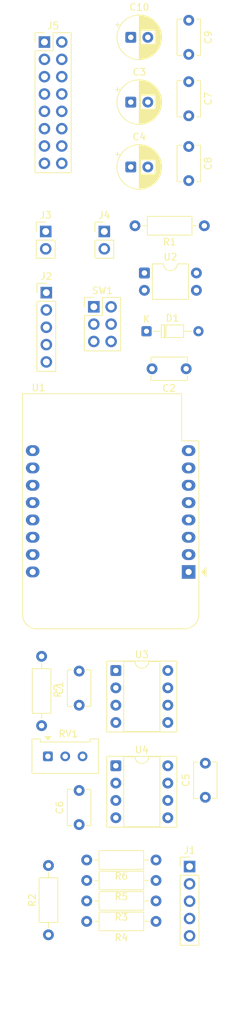
<source format=kicad_pcb>
(kicad_pcb (version 20241229) (generator "pcbnew") (generator_version "9.0")
  (layers (0 "F.Cu" signal) (2 "B.Cu" signal) (13 "F.Paste" user) (15 "B.Paste" user) (5 "F.SilkS" user "F.Silkscreen") (7 "B.SilkS" user "B.Silkscreen") (1 "F.Mask" user) (3 "B.Mask" user) (25 "Edge.Cuts" user))
  (net 0 "")
  (net 1 "+5V")
  (net 2 "GND")
  (net 3 "+12V")
  (net 4 "-12V")
  (net 5 "Net-(C5-Pad1)")
  (net 6 "Net-(D1-K)")
  (net 7 "Net-(D1-A)")
  (net 8 "GATE OUT")
  (net 9 "CLOCK OUT")
  (net 10 "VELOCITY OUT")
  (net 11 "NOTE OUT")
  (net 13 "MIDI DIN POS")
  (net 15 "MIDI DIN NEG")
  (net 16 "MIDI THRU POS")
  (net 17 "MIDI THRU NEG")
  (net 20 "Net-(R1-Pad2)")
  (net 21 "Net-(U1-RX)")
  (net 22 "Net-(U1-D0)")
  (net 23 "Net-(U1-SCL{slash}D1)")
  (net 24 "Net-(U4B--)")
  (net 25 "Net-(R6-Pad2)")
  (net 26 "Net-(U4A--)")
  (net 31 "Net-(U1-SDA{slash}D2)")
  (net 35 "Net-(U1-SCK{slash}D5)")
  (net 37 "Net-(U1-MOSI{slash}D7)")
  (net 38 "Net-(U3-VA)")
  (net 39 "Net-(U3-VB)")
  (footprint "Capacitor_THT:C_Disc_D5.1mm_W3.2mm_P5.00mm" (layer "F.Cu") (at 60.81 148.31 90)
    (property "Reference" "C6" (at 2.5 -2.85 90) (layer "F.SilkS"))
    (property "Value" "100nF")
    (pad "1" thru_hole circle (at 0 0 90) (size 1.6 1.6) (drill 0.8) (layers "*.Cu" "*.Mask") (net 4 "-12V"))
    (pad "2" thru_hole circle (at 5 0 90) (size 1.6 1.6) (drill 0.8) (layers "*.Cu" "*.Mask") (net 5 "Net-(C5-Pad1)"))
  )
  (footprint "Resistor_THT:R_Axial_DIN0207_L6.3mm_D2.5mm_P10.16mm_Horizontal" (layer "F.Cu") (at 55.31 123.65 -90)
    (property "Reference" "R7" (at 5.08 -2.37 90) (layer "F.SilkS"))
    (property "Value" "10k")
    (pad "1" thru_hole circle (at 0 0 270) (size 1.6 1.6) (drill 0.8) (layers "*.Cu" "*.Mask") (net 2 "GND"))
    (pad "2" thru_hole circle (at 10.16 0 270) (size 1.6 1.6) (drill 0.8) (layers "*.Cu" "*.Mask") (net 26 "Net-(U4A--)"))
  )
  (footprint "Package_DIP:DIP-8_W7.62mm_Socket" (layer "F.Cu") (at 66.19 139.69)
    (property "Reference" "U4" (at 3.81 -2.33 0) (layer "F.SilkS"))
    (property "Value" "TL072")
    (pad "1" thru_hole roundrect (at 0 0) (size 1.6 1.6) (drill 0.8) (layers "*.Cu" "*.Mask") (roundrect_rratio 0.15625) (net 25 "Net-(R6-Pad2)"))
    (pad "2" thru_hole circle (at 0 2.54) (size 1.6 1.6) (drill 0.8) (layers "*.Cu" "*.Mask") (net 26 "Net-(U4A--)"))
    (pad "3" thru_hole circle (at 0 5.08) (size 1.6 1.6) (drill 0.8) (layers "*.Cu" "*.Mask") (net 38 "Net-(U3-VA)"))
    (pad "4" thru_hole circle (at 0 7.62) (size 1.6 1.6) (drill 0.8) (layers "*.Cu" "*.Mask") (net 4 "-12V"))
    (pad "5" thru_hole circle (at 7.62 7.62) (size 1.6 1.6) (drill 0.8) (layers "*.Cu" "*.Mask") (net 39 "Net-(U3-VB)"))
    (pad "6" thru_hole circle (at 7.62 5.08) (size 1.6 1.6) (drill 0.8) (layers "*.Cu" "*.Mask") (net 24 "Net-(U4B--)"))
    (pad "7" thru_hole circle (at 7.62 2.54) (size 1.6 1.6) (drill 0.8) (layers "*.Cu" "*.Mask") (net 24 "Net-(U4B--)"))
    (pad "8" thru_hole circle (at 7.62 0) (size 1.6 1.6) (drill 0.8) (layers "*.Cu" "*.Mask") (net 3 "+12V"))
  )
  (footprint "Connector_PinHeader_2.54mm:PinHeader_1x05_P2.54mm_Vertical" (layer "F.Cu") (at 77 154.46)
    (property "Reference" "J1" (at 0 -2.38 0) (layer "F.SilkS"))
    (property "Value" "OUTPUTS")
    (pad "1" thru_hole rect (at 0 0) (size 1.7 1.7) (drill 1) (layers "*.Cu" "*.Mask") (net 11 "NOTE OUT"))
    (pad "2" thru_hole circle (at 0 2.54) (size 1.7 1.7) (drill 1) (layers "*.Cu" "*.Mask") (net 10 "VELOCITY OUT"))
    (pad "3" thru_hole circle (at 0 5.08) (size 1.7 1.7) (drill 1) (layers "*.Cu" "*.Mask") (net 8 "GATE OUT"))
    (pad "4" thru_hole circle (at 0 7.62) (size 1.7 1.7) (drill 1) (layers "*.Cu" "*.Mask") (net 9 "CLOCK OUT"))
    (pad "5" thru_hole circle (at 0 10.16) (size 1.7 1.7) (drill 1) (layers "*.Cu" "*.Mask") (net 2 "GND"))
  )
  (footprint "Capacitor_THT:CP_Radial_D6.3mm_P2.50mm" (layer "F.Cu") (at 68.38 32.92)
    (property "Reference" "C10" (at 1.25 -4.4 0) (layer "F.SilkS"))
    (property "Value" "47uF")
    (pad "1" thru_hole roundrect (at 0 0) (size 1.6 1.6) (drill 0.8) (layers "*.Cu" "*.Mask") (roundrect_rratio 0.15625) (net 1 "+5V"))
    (pad "2" thru_hole circle (at 2.5 0) (size 1.6 1.6) (drill 0.8) (layers "*.Cu" "*.Mask") (net 2 "GND"))
  )
  (footprint "Resistor_THT:R_Axial_DIN0207_L6.3mm_D2.5mm_P10.16mm_Horizontal" (layer "F.Cu") (at 72.08 159.5 180)
    (property "Reference" "R3" (at 5.08 -2.37 0) (layer "F.SilkS"))
    (property "Value" "1k")
    (pad "1" thru_hole circle (at 0 0 180) (size 1.6 1.6) (drill 0.8) (layers "*.Cu" "*.Mask") (net 8 "GATE OUT"))
    (pad "2" thru_hole circle (at 10.16 0 180) (size 1.6 1.6) (drill 0.8) (layers "*.Cu" "*.Mask") (net 22 "Net-(U1-D0)"))
  )
  (footprint "Diode_THT:D_DO-34_SOD68_P7.62mm_Horizontal" (layer "F.Cu") (at 70.685 76)
    (property "Reference" "D1" (at 3.81 -1.92 0) (layer "F.SilkS"))
    (property "Value" "1N4148")
    (fp_text user "K" (at 0 -1.75 0) (layer "F.SilkS"))
    (pad "1" thru_hole roundrect (at 0 0) (size 1.5 1.5) (drill 0.75) (layers "*.Cu" "*.Mask") (roundrect_rratio 0.166667) (net 6 "Net-(D1-K)"))
    (pad "2" thru_hole circle (at 7.62 0) (size 1.5 1.5) (drill 0.75) (layers "*.Cu" "*.Mask") (net 7 "Net-(D1-A)"))
  )
  (footprint "Capacitor_THT:C_Disc_D5.1mm_W3.2mm_P5.00mm" (layer "F.Cu") (at 76.88 39.42 -90)
    (property "Reference" "C7" (at 2.5 -2.85 90) (layer "F.SilkS"))
    (property "Value" "100nF")
    (pad "1" thru_hole circle (at 0 0 270) (size 1.6 1.6) (drill 0.8) (layers "*.Cu" "*.Mask") (net 2 "GND"))
    (pad "2" thru_hole circle (at 5 0 270) (size 1.6 1.6) (drill 0.8) (layers "*.Cu" "*.Mask") (net 3 "+12V"))
  )
  (footprint "Resistor_THT:R_Axial_DIN0207_L6.3mm_D2.5mm_P10.16mm_Horizontal" (layer "F.Cu") (at 72.08 162.5 180)
    (property "Reference" "R4" (at 5.08 -2.37 0) (layer "F.SilkS"))
    (property "Value" "1k")
    (pad "1" thru_hole circle (at 0 0 180) (size 1.6 1.6) (drill 0.8) (layers "*.Cu" "*.Mask") (net 9 "CLOCK OUT"))
    (pad "2" thru_hole circle (at 10.16 0 180) (size 1.6 1.6) (drill 0.8) (layers "*.Cu" "*.Mask") (net 23 "Net-(U1-SCL{slash}D1)"))
  )
  (footprint "Capacitor_THT:C_Disc_D5.1mm_W3.2mm_P5.00mm" (layer "F.Cu") (at 79.31 144.31 90)
    (property "Reference" "C5" (at 2.5 -2.85 90) (layer "F.SilkS"))
    (property "Value" "100nF")
    (pad "1" thru_hole circle (at 0 0 90) (size 1.6 1.6) (drill 0.8) (layers "*.Cu" "*.Mask") (net 5 "Net-(C5-Pad1)"))
    (pad "2" thru_hole circle (at 5 0 90) (size 1.6 1.6) (drill 0.8) (layers "*.Cu" "*.Mask") (net 3 "+12V"))
  )
  (footprint "Resistor_THT:R_Axial_DIN0207_L6.3mm_D2.5mm_P10.16mm_Horizontal" (layer "F.Cu") (at 72.08 156.5 180)
    (property "Reference" "R5" (at 5.08 -2.37 0) (layer "F.SilkS"))
    (property "Value" "1k")
    (pad "1" thru_hole circle (at 0 0 180) (size 1.6 1.6) (drill 0.8) (layers "*.Cu" "*.Mask") (net 10 "VELOCITY OUT"))
    (pad "2" thru_hole circle (at 10.16 0 180) (size 1.6 1.6) (drill 0.8) (layers "*.Cu" "*.Mask") (net 24 "Net-(U4B--)"))
  )
  (footprint "Capacitor_THT:CP_Radial_D6.3mm_P2.50mm" (layer "F.Cu") (at 68.38 51.92)
    (property "Reference" "C4" (at 1.25 -4.4 0) (layer "F.SilkS"))
    (property "Value" "47uF")
    (pad "1" thru_hole roundrect (at 0 0) (size 1.6 1.6) (drill 0.8) (layers "*.Cu" "*.Mask") (roundrect_rratio 0.15625) (net 2 "GND"))
    (pad "2" thru_hole circle (at 2.5 0) (size 1.6 1.6) (drill 0.8) (layers "*.Cu" "*.Mask") (net 4 "-12V"))
  )
  (footprint "Connector_PinHeader_2.54mm:PinHeader_2x08_P2.54mm_Vertical" (layer "F.Cu") (at 55.725 33.61)
    (property "Reference" "J5" (at 1.27 -2.38 0) (layer "F.SilkS"))
    (property "Value" "EURORACK")
    (pad "1" thru_hole rect (at 0 0) (size 1.7 1.7) (drill 1) (layers "*.Cu" "*.Mask"))
    (pad "2" thru_hole circle (at 2.54 0) (size 1.7 1.7) (drill 1) (layers "*.Cu" "*.Mask"))
    (pad "3" thru_hole circle (at 0 2.54) (size 1.7 1.7) (drill 1) (layers "*.Cu" "*.Mask"))
    (pad "4" thru_hole circle (at 2.54 2.54) (size 1.7 1.7) (drill 1) (layers "*.Cu" "*.Mask"))
    (pad "5" thru_hole circle (at 0 5.08) (size 1.7 1.7) (drill 1) (layers "*.Cu" "*.Mask") (net 1 "+5V"))
    (pad "6" thru_hole circle (at 2.54 5.08) (size 1.7 1.7) (drill 1) (layers "*.Cu" "*.Mask") (net 1 "+5V"))
    (pad "7" thru_hole circle (at 0 7.62) (size 1.7 1.7) (drill 1) (layers "*.Cu" "*.Mask") (net 3 "+12V"))
    (pad "8" thru_hole circle (at 2.54 7.62) (size 1.7 1.7) (drill 1) (layers "*.Cu" "*.Mask") (net 3 "+12V"))
    (pad "9" thru_hole circle (at 0 10.16) (size 1.7 1.7) (drill 1) (layers "*.Cu" "*.Mask") (net 2 "GND"))
    (pad "10" thru_hole circle (at 2.54 10.16) (size 1.7 1.7) (drill 1) (layers "*.Cu" "*.Mask") (net 2 "GND"))
    (pad "11" thru_hole circle (at 0 12.7) (size 1.7 1.7) (drill 1) (layers "*.Cu" "*.Mask") (net 2 "GND"))
    (pad "12" thru_hole circle (at 2.54 12.7) (size 1.7 1.7) (drill 1) (layers "*.Cu" "*.Mask") (net 2 "GND"))
    (pad "13" thru_hole circle (at 0 15.24) (size 1.7 1.7) (drill 1) (layers "*.Cu" "*.Mask") (net 2 "GND"))
    (pad "14" thru_hole circle (at 2.54 15.24) (size 1.7 1.7) (drill 1) (layers "*.Cu" "*.Mask") (net 2 "GND"))
    (pad "15" thru_hole circle (at 0 17.78) (size 1.7 1.7) (drill 1) (layers "*.Cu" "*.Mask") (net 4 "-12V"))
    (pad "16" thru_hole circle (at 2.54 17.78) (size 1.7 1.7) (drill 1) (layers "*.Cu" "*.Mask") (net 4 "-12V"))
  )
  (footprint "Capacitor_THT:C_Disc_D5.1mm_W3.2mm_P5.00mm" (layer "F.Cu") (at 76.88 48.92 -90)
    (property "Reference" "C8" (at 2.5 -2.85 90) (layer "F.SilkS"))
    (property "Value" "100nF")
    (pad "1" thru_hole circle (at 0 0 270) (size 1.6 1.6) (drill 0.8) (layers "*.Cu" "*.Mask") (net 4 "-12V"))
    (pad "2" thru_hole circle (at 5 0 270) (size 1.6 1.6) (drill 0.8) (layers "*.Cu" "*.Mask") (net 2 "GND"))
  )
  (footprint "Resistor_THT:R_Axial_DIN0207_L6.3mm_D2.5mm_P10.16mm_Horizontal" (layer "F.Cu") (at 56.31 164.47 90)
    (property "Reference" "R2" (at 5.08 -2.37 90) (layer "F.SilkS"))
    (property "Value" "R560")
    (pad "1" thru_hole circle (at 0 0 90) (size 1.6 1.6) (drill 0.8) (layers "*.Cu" "*.Mask") (net 21 "Net-(U1-RX)"))
    (pad "2" thru_hole circle (at 10.16 0 90) (size 1.6 1.6) (drill 0.8) (layers "*.Cu" "*.Mask") (net 1 "+5V"))
  )
  (footprint "Package_DIP:DIP-4_W7.62mm" (layer "F.Cu") (at 70.38 67.46)
    (property "Reference" "U2" (at 3.81 -2.33 0) (layer "F.SilkS"))
    (property "Value" "PC817")
    (pad "1" thru_hole roundrect (at 0 0) (size 1.6 1.6) (drill 0.8) (layers "*.Cu" "*.Mask") (roundrect_rratio 0.15625) (net 6 "Net-(D1-K)"))
    (pad "2" thru_hole circle (at 0 2.54) (size 1.6 1.6) (drill 0.8) (layers "*.Cu" "*.Mask") (net 7 "Net-(D1-A)"))
    (pad "3" thru_hole circle (at 7.62 2.54) (size 1.6 1.6) (drill 0.8) (layers "*.Cu" "*.Mask") (net 2 "GND"))
    (pad "4" thru_hole circle (at 7.62 0) (size 1.6 1.6) (drill 0.8) (layers "*.Cu" "*.Mask") (net 21 "Net-(U1-RX)"))
  )
  (footprint "Capacitor_THT:C_Disc_D5.1mm_W3.2mm_P5.00mm" (layer "F.Cu") (at 76.88 30.42 -90)
    (property "Reference" "C9" (at 2.5 -2.85 90) (layer "F.SilkS"))
    (property "Value" "100nF")
    (pad "1" thru_hole circle (at 0 0 270) (size 1.6 1.6) (drill 0.8) (layers "*.Cu" "*.Mask") (net 2 "GND"))
    (pad "2" thru_hole circle (at 5 0 270) (size 1.6 1.6) (drill 0.8) (layers "*.Cu" "*.Mask") (net 1 "+5V"))
  )
  (footprint "Connector_PinHeader_2.54mm:PinHeader_1x02_P2.54mm_Vertical" (layer "F.Cu") (at 55.91 61.38)
    (property "Reference" "J3" (at 0 -2.38 0) (layer "F.SilkS"))
    (property "Value" "MIDI Thru Out")
    (pad "1" thru_hole rect (at 0 0) (size 1.7 1.7) (drill 1) (layers "*.Cu" "*.Mask") (net 16 "MIDI THRU POS"))
    (pad "2" thru_hole circle (at 0 2.54) (size 1.7 1.7) (drill 1) (layers "*.Cu" "*.Mask") (net 17 "MIDI THRU NEG"))
  )
  (footprint "Resistor_THT:R_Axial_DIN0207_L6.3mm_D2.5mm_P10.16mm_Horizontal" (layer "F.Cu") (at 72.08 153.5 180)
    (property "Reference" "R6" (at 5.08 -2.37 0) (layer "F.SilkS"))
    (property "Value" "1k")
    (pad "1" thru_hole circle (at 0 0 180) (size 1.6 1.6) (drill 0.8) (layers "*.Cu" "*.Mask") (net 11 "NOTE OUT"))
    (pad "2" thru_hole circle (at 10.16 0 180) (size 1.6 1.6) (drill 0.8) (layers "*.Cu" "*.Mask") (net 25 "Net-(R6-Pad2)"))
  )
  (footprint "Capacitor_THT:C_Disc_D5.1mm_W3.2mm_P5.00mm" (layer "F.Cu") (at 60.81 130.81 90)
    (property "Reference" "C1" (at 2.5 -2.85 90) (layer "F.SilkS"))
    (property "Value" "100nF")
    (pad "1" thru_hole circle (at 0 0 90) (size 1.6 1.6) (drill 0.8) (layers "*.Cu" "*.Mask") (net 2 "GND"))
    (pad "2" thru_hole circle (at 5 0 90) (size 1.6 1.6) (drill 0.8) (layers "*.Cu" "*.Mask") (net 1 "+5V"))
  )
  (footprint "Capacitor_THT:C_Disc_D5.1mm_W3.2mm_P5.00mm" (layer "F.Cu") (at 76.5 81.5 180)
    (property "Reference" "C2" (at 2.5 -2.85 0) (layer "F.SilkS"))
    (property "Value" "100nF")
    (pad "1" thru_hole circle (at 0 0 180) (size 1.6 1.6) (drill 0.8) (layers "*.Cu" "*.Mask") (net 2 "GND"))
    (pad "2" thru_hole circle (at 5 0 180) (size 1.6 1.6) (drill 0.8) (layers "*.Cu" "*.Mask") (net 1 "+5V"))
  )
  (footprint "Connector_PinHeader_2.54mm:PinHeader_2x03_P2.54mm_Vertical" (layer "F.Cu") (at 62.96 72.42)
    (property "Reference" "SW1" (at 1.27 -2.38 0) (layer "F.SilkS"))
    (property "Value" "MIDI SOURCE")
    (pad "1" thru_hole rect (at 0 0) (size 1.7 1.7) (drill 1) (layers "*.Cu" "*.Mask") (net 13 "MIDI DIN POS"))
    (pad "2" thru_hole circle (at 2.54 0) (size 1.7 1.7) (drill 1) (layers "*.Cu" "*.Mask") (net 20 "Net-(R1-Pad2)"))
    (pad "3" thru_hole circle (at 0 2.54) (size 1.7 1.7) (drill 1) (layers "*.Cu" "*.Mask") (net 16 "MIDI THRU POS"))
    (pad "4" thru_hole circle (at 2.54 2.54) (size 1.7 1.7) (drill 1) (layers "*.Cu" "*.Mask") (net 15 "MIDI DIN NEG"))
    (pad "5" thru_hole circle (at 0 5.08) (size 1.7 1.7) (drill 1) (layers "*.Cu" "*.Mask") (net 7 "Net-(D1-A)"))
    (pad "6" thru_hole circle (at 2.54 5.08) (size 1.7 1.7) (drill 1) (layers "*.Cu" "*.Mask") (net 17 "MIDI THRU NEG"))
  )
  (footprint "Connector_PinHeader_2.54mm:PinHeader_1x05_P2.54mm_Vertical" (layer "F.Cu") (at 56 70.34)
    (property "Reference" "J2" (at 0 -2.38 0) (layer "F.SilkS"))
    (property "Value" "DIN-5_180degree")
    (pad "1" thru_hole rect (at 0 0) (size 1.7 1.7) (drill 1) (layers "*.Cu" "*.Mask"))
    (pad "2" thru_hole circle (at 0 2.54) (size 1.7 1.7) (drill 1) (layers "*.Cu" "*.Mask") (net 2 "GND"))
    (pad "3" thru_hole circle (at 0 5.08) (size 1.7 1.7) (drill 1) (layers "*.Cu" "*.Mask"))
    (pad "4" thru_hole circle (at 0 7.62) (size 1.7 1.7) (drill 1) (layers "*.Cu" "*.Mask") (net 13 "MIDI DIN POS"))
    (pad "5" thru_hole circle (at 0 10.16) (size 1.7 1.7) (drill 1) (layers "*.Cu" "*.Mask") (net 15 "MIDI DIN NEG"))
  )
  (footprint "Capacitor_THT:CP_Radial_D6.3mm_P2.50mm" (layer "F.Cu") (at 68.38 42.42)
    (property "Reference" "C3" (at 1.25 -4.4 0) (layer "F.SilkS"))
    (property "Value" "47uF")
    (pad "1" thru_hole roundrect (at 0 0) (size 1.6 1.6) (drill 0.8) (layers "*.Cu" "*.Mask") (roundrect_rratio 0.15625) (net 3 "+12V"))
    (pad "2" thru_hole circle (at 2.5 0) (size 1.6 1.6) (drill 0.8) (layers "*.Cu" "*.Mask") (net 2 "GND"))
  )
  (footprint "Package_DIP:DIP-8_W7.62mm_Socket" (layer "F.Cu") (at 66.19 125.73)
    (property "Reference" "U3" (at 3.81 -2.33 0) (layer "F.SilkS"))
    (property "Value" "MCP4822")
    (pad "1" thru_hole roundrect (at 0 0) (size 1.6 1.6) (drill 0.8) (layers "*.Cu" "*.Mask") (roundrect_rratio 0.15625) (net 1 "+5V"))
    (pad "2" thru_hole circle (at 0 2.54) (size 1.6 1.6) (drill 0.8) (layers "*.Cu" "*.Mask") (net 31 "Net-(U1-SDA{slash}D2)"))
    (pad "3" thru_hole circle (at 0 5.08) (size 1.6 1.6) (drill 0.8) (layers "*.Cu" "*.Mask") (net 35 "Net-(U1-SCK{slash}D5)"))
    (pad "4" thru_hole circle (at 0 7.62) (size 1.6 1.6) (drill 0.8) (layers "*.Cu" "*.Mask") (net 37 "Net-(U1-MOSI{slash}D7)"))
    (pad "5" thru_hole circle (at 7.62 7.62) (size 1.6 1.6) (drill 0.8) (layers "*.Cu" "*.Mask") (net 2 "GND"))
    (pad "6" thru_hole circle (at 7.62 5.08) (size 1.6 1.6) (drill 0.8) (layers "*.Cu" "*.Mask") (net 39 "Net-(U3-VB)"))
    (pad "7" thru_hole circle (at 7.62 2.54) (size 1.6 1.6) (drill 0.8) (layers "*.Cu" "*.Mask") (net 2 "GND"))
    (pad "8" thru_hole circle (at 7.62 0) (size 1.6 1.6) (drill 0.8) (layers "*.Cu" "*.Mask") (net 38 "Net-(U3-VA)"))
  )
  (footprint "Resistor_THT:R_Axial_DIN0207_L6.3mm_D2.5mm_P10.16mm_Horizontal" (layer "F.Cu") (at 79.16 60.54 180)
    (property "Reference" "R1" (at 5.08 -2.37 0) (layer "F.SilkS"))
    (property "Value" "R220")
    (pad "1" thru_hole circle (at 0 0 180) (size 1.6 1.6) (drill 0.8) (layers "*.Cu" "*.Mask") (net 6 "Net-(D1-K)"))
    (pad "2" thru_hole circle (at 10.16 0 180) (size 1.6 1.6) (drill 0.8) (layers "*.Cu" "*.Mask") (net 20 "Net-(R1-Pad2)"))
  )
  (footprint "Connector_PinHeader_2.54mm:PinHeader_1x02_P2.54mm_Vertical" (layer "F.Cu") (at 64.5 61.38)
    (property "Reference" "J4" (at 0 -2.38 0) (layer "F.SilkS"))
    (property "Value" "MIDI Thru IN")
    (pad "1" thru_hole rect (at 0 0) (size 1.7 1.7) (drill 1) (layers "*.Cu" "*.Mask") (net 16 "MIDI THRU POS"))
    (pad "2" thru_hole circle (at 0 2.54) (size 1.7 1.7) (drill 1) (layers "*.Cu" "*.Mask") (net 17 "MIDI THRU NEG"))
  )
  (footprint "Potentiometer_THT:Potentiometer_Bourns_3386W_Horizontal" (layer "F.Cu") (at 56.23 138.31)
    (property "Reference" "RV1" (at 3 -3.3 0) (layer "F.SilkS"))
    (property "Value" "10k")
    (pad "1" thru_hole roundrect (at 0 0 90) (size 1.44 1.44) (drill 0.8) (layers "*.Cu" "*.Mask") (roundrect_rratio 0.1736111111) (net 26 "Net-(U4A--)"))
    (pad "2" thru_hole circle (at 2.54 0 90) (size 1.44 1.44) (drill 0.8) (layers "*.Cu" "*.Mask") (net 25 "Net-(R6-Pad2)"))
    (pad "3" thru_hole circle (at 5.08 0 90) (size 1.44 1.44) (drill 0.8) (layers "*.Cu" "*.Mask") (net 25 "Net-(R6-Pad2)"))
  )
  (footprint "RF_Module:WEMOS_D1_mini_light" (layer "F.Cu") (at 76.86 111.28 180)
    (property "Reference" "U1" (at 22 27 0) (layer "F.SilkS"))
    (property "Value" "WEMOS_D1_mini")
    (pad "1" thru_hole rect (at 0 0 180) (size 2 2) (drill 0.9) (layers "*.Cu" "*.Mask"))
    (pad "2" thru_hole oval (at 0 2.54 180) (size 2 1.6) (drill 0.9) (layers "*.Cu" "*.Mask"))
    (pad "3" thru_hole oval (at 0 5.08 180) (size 2 1.6) (drill 0.9) (layers "*.Cu" "*.Mask") (net 22 "Net-(U1-D0)"))
    (pad "4" thru_hole oval (at 0 7.62 180) (size 2 1.6) (drill 0.9) (layers "*.Cu" "*.Mask") (net 35 "Net-(U1-SCK{slash}D5)"))
    (pad "5" thru_hole oval (at 0 10.16 180) (size 2 1.6) (drill 0.9) (layers "*.Cu" "*.Mask"))
    (pad "6" thru_hole oval (at 0 12.7 180) (size 2 1.6) (drill 0.9) (layers "*.Cu" "*.Mask") (net 37 "Net-(U1-MOSI{slash}D7)"))
    (pad "7" thru_hole oval (at 0 15.24 180) (size 2 1.6) (drill 0.9) (layers "*.Cu" "*.Mask"))
    (pad "8" thru_hole oval (at 0 17.78 180) (size 2 1.6) (drill 0.9) (layers "*.Cu" "*.Mask"))
    (pad "9" thru_hole oval (at 22.86 17.78 180) (size 2 1.6) (drill 0.9) (layers "*.Cu" "*.Mask") (net 1 "+5V"))
    (pad "10" thru_hole oval (at 22.86 15.24 180) (size 2 1.6) (drill 0.9) (layers "*.Cu" "*.Mask") (net 2 "GND"))
    (pad "11" thru_hole oval (at 22.86 12.7 180) (size 2 1.6) (drill 0.9) (layers "*.Cu" "*.Mask"))
    (pad "12" thru_hole oval (at 22.86 10.16 180) (size 2 1.6) (drill 0.9) (layers "*.Cu" "*.Mask"))
    (pad "13" thru_hole oval (at 22.86 7.62 180) (size 2 1.6) (drill 0.9) (layers "*.Cu" "*.Mask") (net 31 "Net-(U1-SDA{slash}D2)"))
    (pad "14" thru_hole oval (at 22.86 5.08 180) (size 2 1.6) (drill 0.9) (layers "*.Cu" "*.Mask") (net 23 "Net-(U1-SCL{slash}D1)"))
    (pad "15" thru_hole oval (at 22.86 2.54 180) (size 2 1.6) (drill 0.9) (layers "*.Cu" "*.Mask") (net 21 "Net-(U1-RX)"))
    (pad "16" thru_hole oval (at 22.86 0 180) (size 2 1.6) (drill 0.9) (layers "*.Cu" "*.Mask"))
  )
)
</source>
